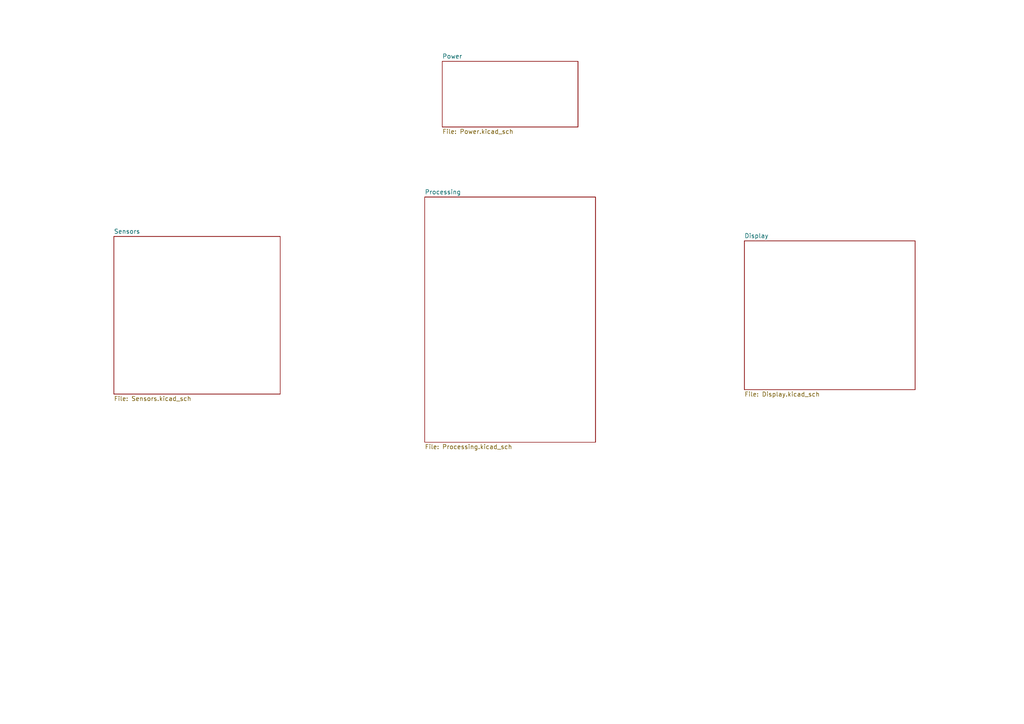
<source format=kicad_sch>
(kicad_sch
	(version 20250114)
	(generator "eeschema")
	(generator_version "9.0")
	(uuid "f709486d-613a-44bb-9859-6d5f77e05693")
	(paper "A4")
	(lib_symbols)
	(sheet
		(at 215.9 69.85)
		(size 49.53 43.18)
		(exclude_from_sim no)
		(in_bom yes)
		(on_board yes)
		(dnp no)
		(fields_autoplaced yes)
		(stroke
			(width 0.1524)
			(type solid)
		)
		(fill
			(color 0 0 0 0.0000)
		)
		(uuid "3cdbd7de-4e1e-4f4c-bb57-fc3af0425c3d")
		(property "Sheetname" "Display"
			(at 215.9 69.1384 0)
			(effects
				(font
					(size 1.27 1.27)
				)
				(justify left bottom)
			)
		)
		(property "Sheetfile" "Display.kicad_sch"
			(at 215.9 113.6146 0)
			(effects
				(font
					(size 1.27 1.27)
				)
				(justify left top)
			)
		)
		(instances
			(project "Smart_Spinner"
				(path "/f709486d-613a-44bb-9859-6d5f77e05693"
					(page "6")
				)
			)
		)
	)
	(sheet
		(at 128.27 17.78)
		(size 39.37 19.05)
		(exclude_from_sim no)
		(in_bom yes)
		(on_board yes)
		(dnp no)
		(fields_autoplaced yes)
		(stroke
			(width 0.1524)
			(type solid)
		)
		(fill
			(color 0 0 0 0.0000)
		)
		(uuid "6285590c-ce2a-4b4d-8f7b-9d941974f9a2")
		(property "Sheetname" "Power"
			(at 128.27 17.0684 0)
			(effects
				(font
					(size 1.27 1.27)
				)
				(justify left bottom)
			)
		)
		(property "Sheetfile" "Power.kicad_sch"
			(at 128.27 37.4146 0)
			(effects
				(font
					(size 1.27 1.27)
				)
				(justify left top)
			)
		)
		(instances
			(project "Smart_Spinner"
				(path "/f709486d-613a-44bb-9859-6d5f77e05693"
					(page "10")
				)
			)
		)
	)
	(sheet
		(at 33.02 68.58)
		(size 48.26 45.72)
		(exclude_from_sim no)
		(in_bom yes)
		(on_board yes)
		(dnp no)
		(fields_autoplaced yes)
		(stroke
			(width 0.1524)
			(type solid)
		)
		(fill
			(color 0 0 0 0.0000)
		)
		(uuid "8210a77b-8226-4c69-8654-78fe57d58305")
		(property "Sheetname" "Sensors"
			(at 33.02 67.8684 0)
			(effects
				(font
					(size 1.27 1.27)
				)
				(justify left bottom)
			)
		)
		(property "Sheetfile" "Sensors.kicad_sch"
			(at 33.02 114.8846 0)
			(effects
				(font
					(size 1.27 1.27)
				)
				(justify left top)
			)
		)
		(instances
			(project "Smart_Spinner"
				(path "/f709486d-613a-44bb-9859-6d5f77e05693"
					(page "10")
				)
			)
		)
	)
	(sheet
		(at 123.19 57.15)
		(size 49.53 71.12)
		(exclude_from_sim no)
		(in_bom yes)
		(on_board yes)
		(dnp no)
		(fields_autoplaced yes)
		(stroke
			(width 0.1524)
			(type solid)
		)
		(fill
			(color 0 0 0 0.0000)
		)
		(uuid "86210324-e525-4fcc-b203-bdfe65d84f1e")
		(property "Sheetname" "Processing"
			(at 123.19 56.4384 0)
			(effects
				(font
					(size 1.27 1.27)
				)
				(justify left bottom)
			)
		)
		(property "Sheetfile" "Processing.kicad_sch"
			(at 123.19 128.8546 0)
			(effects
				(font
					(size 1.27 1.27)
				)
				(justify left top)
			)
		)
		(instances
			(project "Smart_Spinner"
				(path "/f709486d-613a-44bb-9859-6d5f77e05693"
					(page "11")
				)
			)
		)
	)
	(sheet_instances
		(path "/"
			(page "1")
		)
	)
	(embedded_fonts no)
)

</source>
